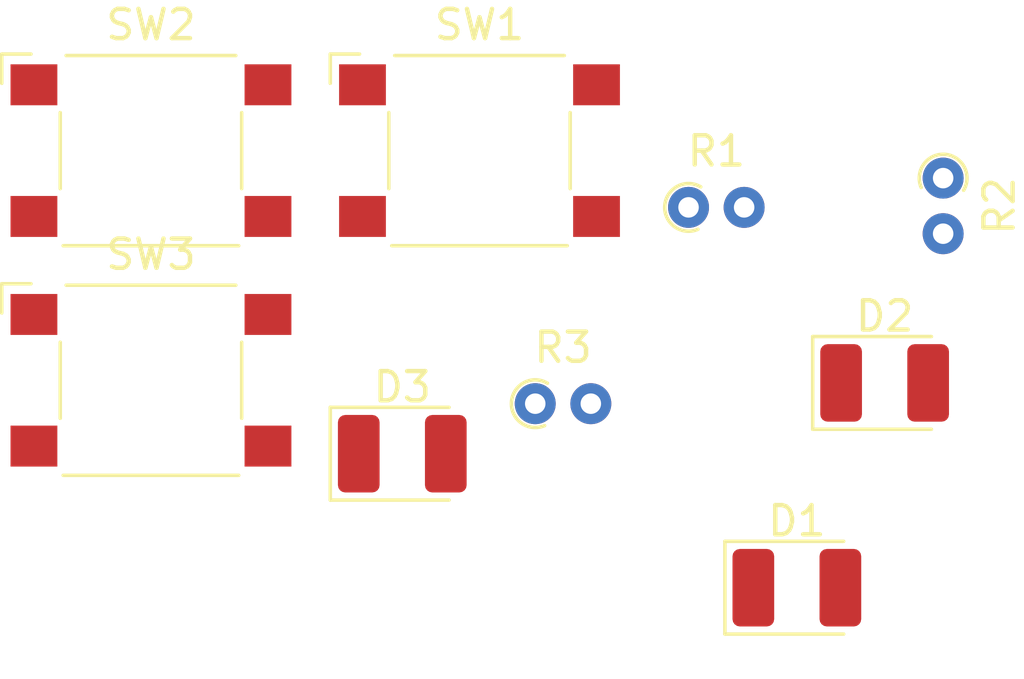
<source format=kicad_pcb>
(kicad_pcb (version 20211014) (generator pcbnew)
  (layers (0 "F.Cu" signal) (31 "B.Cu" signal) (34 "B.Paste" user) (35 "F.Paste" user) (36 "B.SilkS" user "B.Silkscreen") (37 "F.SilkS" user "F.Silkscreen") (38 "B.Mask" user) (39 "F.Mask" user) (44 "Edge.Cuts" user))
  (net 0 "")
  (net 1 "Net-(R1-Pad1)")
  (net 2 "Net-(D1-Pad2)")
  (net 3 "Net-(R2-Pad1)")
  (net 4 "Net-(D2-Pad2)")
  (net 5 "Net-(R3-Pad1)")
  (net 6 "Net-(D3-Pad2)")
  (net 7 "GND")
  (net 8 "+5V")
  (footprint "Resistor_THT:R_Axial_DIN0204_L3.6mm_D1.6mm_P1.90mm_Vertical" (layer "F.Cu") (at -2 37 -90)
    (fp_text reference "R2" (at 0.95 -1.92 90) (layer "F.SilkS"))
    (fp_text value "R")
    (fp_arc (start 0.320095 0.749359) (mid -0.813042 -0.054435) (end 0.417133 -0.7) (layer "F.SilkS") (width 0.12))
    (pad "1" thru_hole circle (at 0 0 270) (size 1.4 1.4) (drill 0.7) (layers *.Cu *.Mask) (net 3 "Net-(R2-Pad1)"))
    (pad "2" thru_hole oval (at 1.9 0 270) (size 1.4 1.4) (drill 0.7) (layers *.Cu *.Mask) (net 4 "Net-(D2-Pad2)"))
  )
  (footprint "Resistor_THT:R_Axial_DIN0204_L3.6mm_D1.6mm_P1.90mm_Vertical" (layer "F.Cu") (at -10.7025 38)
    (fp_text reference "R1" (at 0.95 -1.92) (layer "F.SilkS"))
    (fp_text value "R")
    (fp_arc (start 0.320095 0.749359) (mid -0.813042 -0.054435) (end 0.417133 -0.7) (layer "F.SilkS") (width 0.12))
    (pad "1" thru_hole circle (at 0 0) (size 1.4 1.4) (drill 0.7) (layers *.Cu *.Mask) (net 1 "Net-(R1-Pad1)"))
    (pad "2" thru_hole oval (at 1.9 0) (size 1.4 1.4) (drill 0.7) (layers *.Cu *.Mask) (net 2 "Net-(D1-Pad2)"))
  )
  (footprint "Diode_SMD:D_1210_3225Metric_Pad1.42x2.65mm_HandSolder" (layer "F.Cu") (at -7 51)
    (fp_text reference "D1" (at 0 -2.28) (layer "F.SilkS"))
    (fp_text value "LED")
    (fp_line (start 1.6 -1.585) (end -2.46 -1.585) (layer "F.SilkS") (width 0.12))
    (fp_line (start -2.46 1.585) (end 1.6 1.585) (layer "F.SilkS") (width 0.12))
    (fp_line (start -2.46 -1.585) (end -2.46 1.585) (layer "F.SilkS") (width 0.12))
    (pad "1" smd roundrect (at -1.4875 0) (size 1.425 2.65) (layers "F.Cu" "F.Paste" "F.Mask") (roundrect_rratio 0.175439) (net 7 "GND"))
    (pad "2" smd roundrect (at 1.4875 0) (size 1.425 2.65) (layers "F.Cu" "F.Paste" "F.Mask") (roundrect_rratio 0.175439) (net 2 "Net-(D1-Pad2)"))
  )
  (footprint "Resistor_THT:R_Axial_DIN0204_L3.6mm_D1.6mm_P1.90mm_Vertical" (layer "F.Cu") (at -15.9425 44.71)
    (fp_text reference "R3" (at 0.95 -1.92) (layer "F.SilkS"))
    (fp_text value "R")
    (fp_arc (start 0.320095 0.749359) (mid -0.813042 -0.054435) (end 0.417133 -0.7) (layer "F.SilkS") (width 0.12))
    (pad "1" thru_hole circle (at 0 0) (size 1.4 1.4) (drill 0.7) (layers *.Cu *.Mask) (net 5 "Net-(R3-Pad1)"))
    (pad "2" thru_hole oval (at 1.9 0) (size 1.4 1.4) (drill 0.7) (layers *.Cu *.Mask) (net 6 "Net-(D3-Pad2)"))
  )
  (footprint "Button_Switch_SMD:SW_SPST_Omron_B3FS-100xP" (layer "F.Cu") (at -29.0775 43.91)
    (fp_text reference "SW3" (at 0 -4.3) (layer "F.SilkS"))
    (fp_text value "SW_MEC_5G")
    (fp_line (start 2.9 -3.25) (end -2.9 -3.25) (layer "F.SilkS") (width 0.12))
    (fp_line (start 3.1 -1.3) (end 3.1 1.3) (layer "F.SilkS") (width 0.12))
    (fp_line (start -5.1 -2.3) (end -5.1 -3.3) (layer "F.SilkS") (width 0.12))
    (fp_line (start 3 3.25) (end -3 3.25) (layer "F.SilkS") (width 0.12))
    (fp_line (start -3.1 -1.3) (end -3.1 1.3) (layer "F.SilkS") (width 0.12))
    (fp_line (start -5.1 -3.3) (end -4.1 -3.3) (layer "F.SilkS") (width 0.12))
    (pad "1" smd rect (at -4 -2.25 180) (size 1.6 1.4) (layers "F.Cu" "F.Paste" "F.Mask") (net 8 "+5V"))
    (pad "1" smd rect (at 4 -2.25 180) (size 1.6 1.4) (layers "F.Cu" "F.Paste" "F.Mask") (net 8 "+5V"))
    (pad "2" smd rect (at 4 2.25 180) (size 1.6 1.4) (layers "F.Cu" "F.Paste" "F.Mask") (net 8 "+5V"))
    (pad "2" smd rect (at -4 2.25 180) (size 1.6 1.4) (layers "F.Cu" "F.Paste" "F.Mask") (net 8 "+5V"))
  )
  (footprint "Diode_SMD:D_1210_3225Metric_Pad1.42x2.65mm_HandSolder" (layer "F.Cu") (at -20.4875 46.42)
    (fp_text reference "D3" (at 0 -2.28) (layer "F.SilkS"))
    (fp_text value "LED")
    (fp_line (start 1.6 -1.585) (end -2.46 -1.585) (layer "F.SilkS") (width 0.12))
    (fp_line (start -2.46 1.585) (end 1.6 1.585) (layer "F.SilkS") (width 0.12))
    (fp_line (start -2.46 -1.585) (end -2.46 1.585) (layer "F.SilkS") (width 0.12))
    (pad "1" smd roundrect (at -1.4875 0) (size 1.425 2.65) (layers "F.Cu" "F.Paste" "F.Mask") (roundrect_rratio 0.175439) (net 7 "GND"))
    (pad "2" smd roundrect (at 1.4875 0) (size 1.425 2.65) (layers "F.Cu" "F.Paste" "F.Mask") (roundrect_rratio 0.175439) (net 6 "Net-(D3-Pad2)"))
  )
  (footprint "Diode_SMD:D_1210_3225Metric_Pad1.42x2.65mm_HandSolder" (layer "F.Cu") (at -4 44)
    (fp_text reference "D2" (at 0 -2.28) (layer "F.SilkS"))
    (fp_text value "LED")
    (fp_line (start -2.46 1.585) (end 1.6 1.585) (layer "F.SilkS") (width 0.12))
    (fp_line (start 1.6 -1.585) (end -2.46 -1.585) (layer "F.SilkS") (width 0.12))
    (fp_line (start -2.46 -1.585) (end -2.46 1.585) (layer "F.SilkS") (width 0.12))
    (pad "1" smd roundrect (at -1.4875 0) (size 1.425 2.65) (layers "F.Cu" "F.Paste" "F.Mask") (roundrect_rratio 0.175439) (net 7 "GND"))
    (pad "2" smd roundrect (at 1.4875 0) (size 1.425 2.65) (layers "F.Cu" "F.Paste" "F.Mask") (roundrect_rratio 0.175439) (net 4 "Net-(D2-Pad2)"))
  )
  (footprint "Button_Switch_SMD:SW_SPST_Omron_B3FS-100xP" (layer "F.Cu") (at -29.0775 36.06)
    (fp_text reference "SW2" (at 0 -4.3) (layer "F.SilkS"))
    (fp_text value "SW_MEC_5G")
    (fp_line (start 2.9 -3.25) (end -2.9 -3.25) (layer "F.SilkS") (width 0.12))
    (fp_line (start -3.1 -1.3) (end -3.1 1.3) (layer "F.SilkS") (width 0.12))
    (fp_line (start -5.1 -2.3) (end -5.1 -3.3) (layer "F.SilkS") (width 0.12))
    (fp_line (start -5.1 -3.3) (end -4.1 -3.3) (layer "F.SilkS") (width 0.12))
    (fp_line (start 3.1 -1.3) (end 3.1 1.3) (layer "F.SilkS") (width 0.12))
    (fp_line (start 3 3.25) (end -3 3.25) (layer "F.SilkS") (width 0.12))
    (pad "1" smd rect (at 4 -2.25 180) (size 1.6 1.4) (layers "F.Cu" "F.Paste" "F.Mask") (net 8 "+5V"))
    (pad "1" smd rect (at -4 -2.25 180) (size 1.6 1.4) (layers "F.Cu" "F.Paste" "F.Mask") (net 8 "+5V"))
    (pad "2" smd rect (at -4 2.25 180) (size 1.6 1.4) (layers "F.Cu" "F.Paste" "F.Mask") (net 8 "+5V"))
    (pad "2" smd rect (at 4 2.25 180) (size 1.6 1.4) (layers "F.Cu" "F.Paste" "F.Mask") (net 8 "+5V"))
  )
  (footprint "Button_Switch_SMD:SW_SPST_Omron_B3FS-100xP" (layer "F.Cu") (at -17.8475 36.06)
    (fp_text reference "SW1" (at 0 -4.3) (layer "F.SilkS"))
    (fp_text value "SW_MEC_5G")
    (fp_line (start -5.1 -2.3) (end -5.1 -3.3) (layer "F.SilkS") (width 0.12))
    (fp_line (start 2.9 -3.25) (end -2.9 -3.25) (layer "F.SilkS") (width 0.12))
    (fp_line (start -5.1 -3.3) (end -4.1 -3.3) (layer "F.SilkS") (width 0.12))
    (fp_line (start 3.1 -1.3) (end 3.1 1.3) (layer "F.SilkS") (width 0.12))
    (fp_line (start 3 3.25) (end -3 3.25) (layer "F.SilkS") (width 0.12))
    (fp_line (start -3.1 -1.3) (end -3.1 1.3) (layer "F.SilkS") (width 0.12))
    (pad "1" smd rect (at 4 -2.25 180) (size 1.6 1.4) (layers "F.Cu" "F.Paste" "F.Mask") (net 8 "+5V"))
    (pad "1" smd rect (at -4 -2.25 180) (size 1.6 1.4) (layers "F.Cu" "F.Paste" "F.Mask") (net 8 "+5V"))
    (pad "2" smd rect (at -4 2.25 180) (size 1.6 1.4) (layers "F.Cu" "F.Paste" "F.Mask") (net 8 "+5V"))
    (pad "2" smd rect (at 4 2.25 180) (size 1.6 1.4) (layers "F.Cu" "F.Paste" "F.Mask") (net 8 "+5V"))
  )
)
</source>
